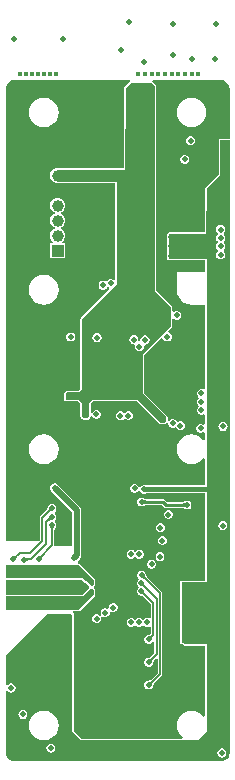
<source format=gbr>
%FSTAX26Y26*%
%MOMM*%
%SFA1B1*%

%IPPOS*%
%ADD39C,0.152400*%
%ADD40C,0.253999*%
%ADD44C,0.507999*%
%ADD45C,0.406399*%
%ADD47C,0.999998*%
%ADD48R,0.999998X0.999998*%
%ADD49C,0.399999*%
%ADD50C,0.499999*%
%ADD51C,0.507999*%
%ADD52C,1.523997*%
%LNpcb_copper_signal_2-1*%
%LPD*%
G36*
X05043881Y58068006D02*
X10818901D01*
X10853242Y57944766*
X10824768Y5793298*
X10342219Y57450431*
Y57450405*
X10342168Y5745038*
X10320731Y57398615*
X10301909Y57353225*
Y573532*
Y57353174*
X10299319Y50632639*
X04699*
X04654397Y50614173*
X0457426*
X04343806Y5051872*
X04167454Y50342342*
X04071975Y50111888*
Y4986246*
X04167454Y49632006*
X04343806Y49455628*
X0457426Y49360175*
X04654423*
X04699Y49341735*
X09565309*
Y431292*
Y41210839*
X09438309Y41158236*
X09408337Y41188208*
X0926978Y41245586*
X09119793*
X08981236Y41188208*
X08875166Y41082137*
X08865692Y41059227*
X08857284Y4105755*
X08722817Y41046196*
X0860938Y41093186*
X08459393*
X08320836Y41035808*
X08214766Y40929737*
X08157387Y4079118*
Y40641193*
X08214766Y40502636*
X08320836Y40396566*
X08459393Y40339187*
X0860938*
X08747937Y40396566*
X08854008Y40502636*
X08863482Y40525547*
X08871889Y40527224*
X09006357Y40538577*
X09036913Y40525928*
X09066707Y40376119*
X06659168Y3796858*
X06618909Y378714*
Y37871374*
Y36957*
Y31959321*
X06420053Y31760439*
X05461*
Y31760464*
X05363768Y31720205*
Y3172018*
X05262194Y3161858*
X05221909Y315214*
X05221935Y31521374*
Y310896*
X05221909*
X05262194Y30992368*
X05338368Y30916194*
X054356Y30875909*
Y30875935*
X06420053Y30875909*
X06618909Y30677053*
X06618935Y29591*
X06618909Y29590974*
X06659194Y29493768*
X06786168Y29366794*
Y29366768*
X068834Y29326509*
Y29326535*
X07239*
X0733618Y29366794*
X07336205*
X0746318Y29493768*
X07503439Y29590974*
X07620787Y29614952*
X07630439Y29616882*
X07655966Y29555236*
X07762036Y29449166*
X07900593Y29391787*
X0805058*
X08189137Y29449166*
X08295208Y29555236*
X08352586Y29693793*
Y2984378*
X08295208Y29982337*
X08189137Y30088408*
X0805058Y30145786*
X07900593*
X07762036Y30088408*
X07655966Y29982337*
X07630439Y29920717*
X07503439Y29945965*
X07503464Y30702453*
X07676921Y30875909*
X11398453*
X13313994Y28960368*
X134112Y28920109*
X13716*
X1381318Y28960368*
Y28960394*
X13958265Y29105453*
X13959332Y29105225*
X14075587Y29043172*
Y28931793*
X14132966Y28793236*
X14239036Y28687166*
X14377593Y28629787*
X1452758*
X14666137Y28687166*
X14762302Y28603727*
X14767966Y28590036*
X14874036Y28483966*
X15012593Y28426587*
X1516258*
X15301137Y28483966*
X15407208Y28590036*
X15464586Y28728593*
Y2887858*
X15407208Y29017137*
X15301137Y29123208*
X1516258Y29180586*
X15012593*
X14874036Y29123208*
X14777872Y29206647*
X14772208Y29220337*
X14666137Y29326408*
X1452758Y29383786*
X14377593*
X14239036Y29326408*
X14158239Y2924561*
X14040383Y29278783*
X14031239Y29284549*
Y29540174*
X14031264Y295402*
X13991005Y29637405*
X1399098*
X12024639Y31603746*
Y34766427*
X13475665Y36217453*
X13619886Y36182071*
X13650366Y36108436*
X13756436Y36002366*
X13894993Y35944987*
X1404498*
X14183537Y36002366*
X14289608Y36108436*
X14346986Y36246993*
Y3639698*
X14289608Y36535537*
X14183537Y36641608*
X14109903Y36672088*
X14074521Y36816309*
X1437198Y37113794*
X14412264Y37211*
X14412239*
Y3780856*
X14539239Y37861163*
X14569236Y37831166*
X14707793Y37773787*
X1485778*
X14996337Y37831166*
X15102408Y37937236*
X15159786Y38075793*
Y3822578*
X15102408Y38364337*
X14996337Y38470408*
X1485778Y38527786*
X14707793*
X14569236Y38470408*
X14539239Y3844041*
X14412239Y38493014*
Y38862*
X14412264*
X14372005Y38959205*
X1437198*
X13040639Y40290521*
X13040664Y57556374*
X13000405Y5765358*
X1300038*
X1272098Y5793298*
Y57933005*
X12701625Y57941006*
X12726898Y58068006*
X18528995*
Y58066609*
X18720409Y58041413*
X18898793Y57967524*
X19051981Y57849998*
X19169532Y57696785*
X19243421Y57518427*
X19268617Y57326987*
X19270014*
Y53121839*
X184658*
X18368594Y5308158*
X18328335Y529844*
Y50094921*
X17224451Y48991062*
X17204486Y48942828*
X17184217Y48895101*
X17150842Y45197039*
X14097*
X13999794Y4515678*
X13959535Y450596*
Y44906971*
X13948587Y4488058*
Y44730593*
X13959535Y44704203*
Y44119571*
X13948587Y4409318*
Y43943193*
X13959535Y43916803*
Y43306771*
X13948587Y4328038*
Y43130393*
X13959535Y43104003*
Y429514*
X13999794Y42854194*
X14097Y42813935*
X17159909*
Y424688*
Y41823335*
X14882164*
X14772335*
X14757374Y418084*
X14764156Y41801618*
Y41699713*
Y40326995*
X1480726Y39999615*
X14933625Y39694586*
X15134615Y39432636*
X15396565Y3923162*
X15701619Y39105255*
X16028974Y39062177*
X17159909*
Y31951549*
X17032909Y31885534*
X1694058Y31923786*
X16790593*
X16652036Y31866408*
X16545966Y31760337*
X16488587Y3162178*
Y31471793*
X16545966Y31333236*
X16605732Y3127347*
X16637939Y311912*
X16605732Y31108904*
X16545966Y31049137*
X16488587Y3091058*
Y30760593*
X16545966Y30622036*
X16605732Y3056227*
X16637939Y3048*
X16605732Y30397704*
X16545966Y30337937*
X16488587Y3019938*
Y30049393*
X16545966Y29910836*
X16652036Y29804766*
X16790593Y29747387*
X1694058*
X17032909Y2978564*
X17159909Y29719625*
Y28922192*
X17032909Y28869589*
X17007916Y28894608*
X16869359Y28951986*
X16719346*
X16580789Y28894608*
X16474744Y28788537*
X16417366Y2864998*
Y28499993*
X16474744Y28361436*
X16580789Y28255366*
X16719346Y28197987*
X16869359*
X17007916Y28255366*
X17032909Y28280385*
X17159909Y28227782*
Y27621687*
X17032909Y27578558*
X16923359Y27721356*
X16661409Y27922347*
X16356355Y28048712*
X16028974Y28091815*
X15701619Y28048712*
X15396565Y27922347*
X15134615Y27721356*
X14933625Y27459406*
X1480726Y27154352*
X14764156Y26826997*
X1480726Y26499616*
X14933625Y26194588*
X15134615Y25932638*
X15396565Y25731622*
X15701619Y25605257*
X16028974Y25562179*
X16356355Y25605257*
X16661409Y25731622*
X16923359Y25932638*
X17032909Y26075411*
X17159909Y26032307*
Y23755451*
X12186539*
X1208918Y23795786*
X11939193*
X11800636Y23738408*
X11694566Y23632337*
X11692305Y23626826*
X11554841*
X11521008Y23708537*
X11414937Y23814608*
X1127638Y23871986*
X11126393*
X10987836Y23814608*
X10881766Y23708537*
X10824387Y2356998*
Y23419993*
X10881766Y23281436*
X10987836Y23175366*
X11126393Y23117987*
X1127638*
X11414937Y23175366*
X11521008Y23281436*
X11523268Y23286948*
X11660733*
X11694566Y23205236*
X11800636Y23099166*
X11939193Y23041787*
X1208918*
X12186539Y23082123*
X17159909*
Y15682239*
X16323818*
X16317163Y15679496*
X16316579Y15679597*
X163068Y15677667*
X16296995Y15679597*
X16296411Y15679496*
X16289756Y15682239*
X151892*
X15091994Y1564198*
X15051735Y155448*
Y10459059*
X15054478Y10452455*
X15052395Y10445597*
X15074239Y10404703*
X15091994Y10361853*
X15098598Y1035911*
X15101976Y10352786*
X15152776Y10311104*
X15185085Y103013*
X15213177Y10282555*
X15333446Y10258628*
X15424048Y101981*
X15463367Y10190276*
X15500426Y10174935*
X17159909*
Y04221683*
X17032909Y04178553*
X16923359Y04321352*
X16661409Y04522368*
X16356355Y04648708*
X16028974Y04691811*
X15701619Y04648708*
X15396565Y04522368*
X15134615Y04321352*
X14933625Y04059402*
X1480726Y03754348*
X14764156Y03426993*
X1480726Y03099638*
X14933625Y02794584*
X15134615Y02532634*
X15276906Y02423439*
X15233777Y02296439*
X06762521*
X06081039Y02977946*
X06081064Y12813385*
X06040805Y12910591*
X05982462Y12968935*
X06026962Y13095935*
X06459778*
Y13095909*
X06556984Y13136168*
Y13136194*
X07655128Y14234337*
X07655737Y14234566*
X07761808Y14340636*
X07762036Y14341246*
X0784418Y1442339*
X07884464Y14520595*
X07884439*
Y14910409*
X07872704Y14938756*
X07871129Y14969439*
X07853349Y14985466*
X0784418Y15007615*
X07815808Y1501935*
X07793024Y15039924*
X07741335Y15058288*
Y15193086*
X07793024Y1521145*
X07815808Y15232024*
X0784418Y15243759*
X07853349Y15265882*
X07871129Y15281935*
X07872704Y15312618*
X07884439Y15340965*
X07884464Y15730778*
X07844205Y15827984*
X0784418*
X07762036Y15910128*
X07761808Y15910737*
X07655737Y16016808*
X07655128Y16017036*
X06531584Y1714058*
X06434378Y17180864*
X06395262Y17209693*
X06379387Y17361611*
X06573875Y17556099*
X06658076Y17682133*
X06687667Y178308*
Y216916*
X06658076Y2184024*
X06573875Y21966275*
X04719675Y23820475*
X04670806Y23853114*
X04658537Y23865408*
X0464251Y23872037*
X0459364Y23904676*
X04536008Y23916157*
X0451998Y23922786*
X04502632*
X04445Y23934267*
X04387342Y23922786*
X04369993*
X04353966Y23916157*
X04296333Y23904676*
X04247464Y23872037*
X04231436Y23865408*
X04219168Y23853114*
X04170298Y23820475*
X0413766Y23771606*
X04125366Y23759337*
X04118737Y2374331*
X04086098Y2369444*
X04074617Y23636808*
X04067987Y2362078*
Y23603432*
X04056507Y235458*
X04067987Y23488142*
Y23470793*
X04074617Y23454766*
X04086098Y23397133*
X04118737Y23348264*
X04125366Y23332236*
X0413766Y23319968*
X04170298Y23271099*
X05910707Y21530665*
Y186182*
X04474362*
X04423562Y18669*
Y19963028*
X04429912Y19976617*
X04430649Y19992873*
X04431969Y20002703*
X04434179Y20012482*
X04437405Y20022464*
X04441748Y20032827*
X04447489Y20043775*
X04454779Y20055408*
X04463796Y20067676*
X04474743Y20080605*
X04490466Y20096988*
X04499965Y20121219*
X04536008Y20157236*
X04593386Y20295793*
Y2044578*
X04536008Y20584337*
X04489627Y20630718*
X04443018Y207137*
X04489627Y20796656*
X04536008Y20843036*
X04593386Y20981593*
Y2113158*
X04536008Y21270137*
X04440326Y21365819*
X04434738Y214376*
X04440326Y21509355*
X04536008Y21605036*
X04593386Y21743593*
Y2189358*
X04536008Y22032137*
X04429937Y22138208*
X0429138Y22195586*
X04141393*
X04002836Y22138208*
X03896766Y22032137*
X03839387Y2189358*
Y21864294*
X03829939Y21846209*
X03827856Y21822587*
X03825189Y21804325*
X03821734Y21787815*
X03817645Y21773108*
X03812971Y21759951*
X03807815Y21748292*
X03802253Y21737955*
X03796258Y21728709*
X03789781Y21720352*
X03778758Y21708364*
X03773576Y21694165*
X03231692Y21152281*
X03186785Y21085073*
X03171012Y210058*
Y21005774*
Y19110401*
X03110585Y1905*
X00287959*
Y57326987*
X00289356*
X00314553Y57518427*
X00388442Y57696785*
X00505993Y57849998*
X0065918Y57967524*
X00837565Y58041413*
X01028979Y58066609*
Y58068006*
X01043889*
X01043914*
X05043881*
G37*
G36*
X129032Y57556374D02*
Y402336D01*
X142748Y38862*
Y37211*
X11887174Y34823374*
Y315468*
X138938Y295402*
Y292354*
X13716Y290576*
X134112*
X114554Y310134*
X0762*
X07366Y307594*
Y29591*
X07239Y29464*
X068834*
X067564Y29590974*
Y30734*
X06477Y310134*
X054356*
X053594Y310896*
Y315214*
X05461Y31623*
X06477*
X067564Y31902374*
Y36957*
Y378714*
X09702774Y40817774*
Y431292*
X097028Y494792*
X04699*
Y504952*
X10436733*
X104394Y573532*
X10922Y57835774*
X12623774Y578358*
X129032Y57556374*
G37*
G36*
X04195927Y21569426D02*
X04169435Y21570721D01*
X0414401Y21570188*
X04119651Y21567775*
X0409641Y21563558*
X04074236Y21557488*
X04053128Y21549563*
X04033139Y21539784*
X0401419Y21528176*
X03996359Y21514739*
X03979595Y21499423*
X03879977Y21615349*
X03894937Y21631605*
X03908475Y21649105*
X03920642Y21667851*
X03931412Y21687866*
X03940784Y217091*
X03948785Y21731605*
X03955389Y21755354*
X03960596Y21780347*
X03964432Y2180656*
X0396687Y21834068*
X04195927Y21569426*
G37*
G36*
X04177995Y20809559D02*
X04152239Y20812607D01*
X04127449Y20813598*
X04103624Y20812556*
X04080789Y20809432*
X04058945Y20804251*
X04038066Y20797037*
X04018178Y20787766*
X03999255Y20776412*
X03981297Y20763026*
X0396433Y20747583*
X03873042Y20871815*
X03887749Y2088774*
X03901338Y20904987*
X03913759Y20923554*
X03925036Y20943417*
X03935171Y20964575*
X03944162Y20987054*
X03951986Y21010854*
X03958691Y21035949*
X03964228Y2106234*
X03968648Y21090026*
X04177995Y20809559*
G37*
G36*
X0437261Y2017273D02*
X0435582Y20152868D01*
X04340987Y20132725*
X0432816Y20112228*
X04317288Y20091425*
X04308398Y20070318*
X0430149Y2004888*
X04296537Y20027138*
X04293565Y20005065*
X042926Y19982688*
X041402*
X04139209Y20005065*
X04136237Y20027138*
X0413131Y2004888*
X04124375Y20070318*
X04115485Y20091425*
X04104614Y20112228*
X04091787Y20132725*
X04076954Y20152868*
X04060164Y2017273*
X04041394Y20192238*
X0439138*
X0437261Y2017273*
G37*
G36*
X03403447Y17748275D02*
X03388233Y17731638D01*
X03374745Y17713858*
X03362985Y1769496*
X03352952Y1767492*
X03344646Y17653736*
X03338068Y17631435*
X03333191Y17608016*
X03330041Y17583429*
X03328644Y17557724*
X03328949Y17530876*
X03073476Y17770144*
X03100781Y17771516*
X03126867Y17774437*
X03151733Y17778857*
X03175381Y177848*
X03197834Y17792268*
X03219069Y17801259*
X03239109Y1781175*
X03257956Y17823764*
X03275558Y17837277*
X03291967Y17852339*
X03403447Y17748275*
G37*
G36*
X01270101Y17719116D02*
X01254988Y17702606D01*
X01241475Y17684902*
X01229588Y1766603*
X01219301Y17645989*
X01210665Y17624755*
X01203655Y17602377*
X01198245Y17578806*
X0119446Y17554067*
X01192301Y17528159*
X01191768Y17501082*
X00944295Y17748554*
X00971372Y17749113*
X0099728Y17751247*
X01022019Y17755031*
X0104559Y17760442*
X01067968Y17767452*
X01089202Y17776113*
X01109243Y17786375*
X01128115Y17798262*
X01145819Y17811775*
X01162329Y17826888*
X01270101Y17719116*
G37*
G36*
X02054529Y17656632D02*
X02100173Y17629454D01*
X02122754Y17618405*
X02145157Y17609058*
X02167407Y17601438*
X0218948Y17595469*
X02211374Y17591227*
X02233117Y17588687*
X02254707Y17587849*
X02281021Y17435449*
X0225806Y17434356*
X02235885Y17431105*
X02214549Y17425695*
X02194026Y17418151*
X02174316Y17408423*
X02155444Y17396536*
X02137359Y1738249*
X02120138Y17366284*
X02103704Y17347895*
X02088108Y17327372*
X02031466Y17672761*
X02054529Y17656632*
G37*
G36*
X19270014Y01126998D02*
X19268617D01*
X19243421Y00935558*
X19169532Y00757174*
X19051981Y00603986*
X18898793Y00486435*
X18720409Y00412546*
X18528995Y0038735*
Y00385978*
X01028979*
Y0038735*
X00837565Y00412546*
X0065918Y00486435*
X00505993Y00603986*
X00388442Y00757174*
X00314553Y00935558*
X00289356Y01126998*
X00287959*
Y0635889*
X00309295Y06374511*
X00481965Y06344462*
X00490194Y06332194*
X00614883Y06248857*
X00762Y06219596*
X00909091Y06248857*
X0103378Y06332194*
X01117117Y06456883*
X01146378Y06604*
X01117117Y06751091*
X0103378Y0687578*
X00909091Y06959117*
X00762Y06988378*
X00614883Y06959117*
X00490194Y0687578*
X00481965Y06863511*
X00309295Y06833463*
X00287959Y0684911*
Y09355759*
X03835374Y12903174*
X05853785Y129032*
X059436Y12813385*
X05943574Y02921*
X067056Y02159*
X16560774*
X172974Y028956*
Y103124*
X15500426*
X15387091Y10388117*
X1524Y10417378*
X151892Y10459059*
Y155448*
X16289756*
X163068Y15541396*
X16323818Y155448*
X172974*
X17297374Y419608*
X172974Y424688*
Y429514*
X14097*
Y450596*
X17287062*
X17321657Y48893857*
X184658Y50038*
Y529844*
X19270014*
Y01126998*
G37*
G36*
X06434378Y17043374D02*
X07747Y15730778D01*
X07746974Y15340965*
X0757113Y15278455*
X07451953Y15290647*
X07430058Y15331236*
X0741238Y15373883*
X07405547Y15376728*
X07402017Y15383256*
X06792417Y15879953*
X06748195Y15893186*
X067056Y15910839*
X00287959*
Y170434*
X06434378Y17043374*
G37*
G36*
X073152Y15276677D02*
Y14975255D01*
X06731Y145034*
X00287959*
Y157734*
X067056*
X073152Y15276677*
G37*
G36*
X07747Y14910409D02*
Y14520595D01*
X06459778Y132334*
X00287959Y13233349*
Y14365935*
X06731*
X06773367Y14383486*
X0681736Y1439644*
X0740156Y14868296*
X07405268Y14875078*
X0741238Y1487805*
X07429931Y14920417*
X07451877Y14960701*
X07571181Y14972893*
X07747Y14910409*
G37*
%LNpcb_copper_signal_2-2*%
%LPC*%
G36*
X16028974Y56591809D02*
X15701619Y56548705D01*
X15396565Y56422366*
X15134615Y5622135*
X14933625Y559594*
X1480726Y55654346*
X14764156Y55326991*
X1480726Y54999636*
X14933625Y54694582*
X15134615Y54432606*
X15396565Y54231616*
X15701619Y54105276*
X16028974Y54062172*
X16356355Y54105276*
X16661409Y54231616*
X16923359Y54432606*
X17124349Y54694582*
X17250714Y54999636*
X17293818Y55326991*
X17250714Y55654346*
X17124349Y559594*
X16923359Y5622135*
X16661409Y56422366*
X16356355Y56548705*
X16028974Y56591809*
G37*
G36*
X03528999D02*
X03201619Y56548705D01*
X02896565Y56422366*
X02634615Y5622135*
X02433624Y559594*
X02307259Y55654346*
X02264156Y55326991*
X02307259Y54999636*
X02433624Y54694582*
X02634615Y54432606*
X02896565Y54231616*
X03201619Y54105276*
X03528999Y54062172*
X03856355Y54105276*
X04161409Y54231616*
X04423359Y54432606*
X04624349Y54694582*
X04750714Y54999636*
X04793818Y55326991*
X04750714Y55654346*
X04624349Y559594*
X04423359Y5622135*
X04161409Y56422366*
X03856355Y56548705*
X03528999Y56591809*
G37*
G36*
X1602618Y53310586D02*
X15876193D01*
X15737636Y53253208*
X15631566Y53147137*
X15574187Y5300858*
Y52858593*
X15631566Y52720036*
X15737636Y52613966*
X15876193Y52556587*
X1602618*
X16164737Y52613966*
X16270808Y52720036*
X16328186Y52858593*
Y5300858*
X16270808Y53147137*
X16164737Y53253208*
X1602618Y53310586*
G37*
G36*
X1554358Y51735786D02*
X15393593D01*
X15255036Y51678408*
X15148966Y51572337*
X15091587Y5143378*
Y51283793*
X15148966Y51145236*
X15255036Y51039166*
X15393593Y50981787*
X1554358*
X15682137Y51039166*
X15788208Y51145236*
X15845586Y51283793*
Y5143378*
X15788208Y51572337*
X15682137Y51678408*
X1554358Y51735786*
G37*
G36*
X04823714Y48074199D02*
X0457426D01*
X04343806Y4797872*
X04167454Y47802342*
X04071975Y47571914*
Y4732246*
X04167454Y47092006*
X04343806Y46915628*
X04427651Y46880907*
Y46743467*
X04343806Y4670872*
X04167454Y46532368*
X04071975Y46301914*
Y4605246*
X04167454Y45822006*
X04343806Y45645654*
X04427651Y45610907*
Y45473467*
X04343806Y4543872*
X04167454Y45262342*
X04071975Y45031914*
Y4478246*
X04167454Y44552006*
X04328287Y44391199*
X04315587Y44317869*
X04289348Y44264199*
X04071975*
Y43010175*
X05325999*
Y44264199*
X05108625*
X05082387Y44317869*
X05069687Y44391199*
X0523052Y44552006*
X05325999Y4478246*
Y45031914*
X0523052Y45262342*
X05054168Y4543872*
X04970322Y45473467*
Y45610907*
X05054168Y45645654*
X0523052Y45822006*
X05325999Y4605246*
Y46301914*
X0523052Y46532368*
X05054168Y4670872*
X04970322Y46743467*
Y46880907*
X05054168Y46915628*
X0523052Y47092006*
X05325999Y4732246*
Y47571914*
X0523052Y47802342*
X05054168Y4797872*
X04823714Y48074199*
G37*
G36*
X03528999Y41591814D02*
X03201619Y4154871D01*
X02896565Y41422345*
X02634615Y41221355*
X02433624Y40959405*
X02307259Y40654351*
X02264156Y40326995*
X02307259Y39999615*
X02433624Y39694586*
X02634615Y39432636*
X02896565Y3923162*
X03201619Y39105255*
X03528999Y39062177*
X03856355Y39105255*
X04161409Y3923162*
X04423359Y39432636*
X04624349Y39694586*
X04750714Y39999615*
X04793818Y40326995*
X04750714Y40654351*
X04624349Y40959405*
X04423359Y41221355*
X04161409Y41422345*
X03856355Y4154871*
X03528999Y41591814*
G37*
G36*
X0589158Y36698986D02*
X05741593D01*
X05603036Y36641608*
X05496966Y36535537*
X05439587Y3639698*
Y36246993*
X05496966Y36108436*
X05603036Y36002366*
X05741593Y35944987*
X0589158*
X06030137Y36002366*
X06136208Y36108436*
X06193586Y36246993*
Y3639698*
X06136208Y36535537*
X06030137Y36641608*
X0589158Y36698986*
G37*
G36*
X10762589Y30038395D02*
X10612602D01*
X10474045Y29981017*
X10420756Y29927727*
X10358348Y29879442*
X10254818Y29927727*
X10221137Y29961408*
X1008258Y30018786*
X09932593*
X09794036Y29961408*
X09687966Y29855337*
X09630587Y2971678*
Y29566793*
X09687966Y29428236*
X09794036Y29322166*
X09932593Y29264787*
X1008258*
X10221137Y29322166*
X10274427Y29375481*
X10336834Y29423741*
X10440365Y29375481*
X10474045Y293418*
X10612602Y29284396*
X10762589*
X10901146Y293418*
X11007217Y29447845*
X11064595Y29586402*
Y29736389*
X11007217Y29874946*
X10901146Y29981017*
X10762589Y30038395*
G37*
G36*
X03528999Y28091815D02*
X03201619Y28048712D01*
X02896565Y27922347*
X02634615Y27721356*
X02433624Y27459406*
X02307259Y27154352*
X02264156Y26826997*
X02307259Y26499616*
X02433624Y26194588*
X02634615Y25932638*
X02896565Y25731622*
X03201619Y25605257*
X03528999Y25562179*
X03856355Y25605257*
X04161409Y25731622*
X04423359Y25932638*
X04624349Y26194588*
X04750714Y26499616*
X04793818Y26826997*
X04750714Y27154352*
X04624349Y27459406*
X04423359Y27721356*
X04161409Y27922347*
X03856355Y28048712*
X03528999Y28091815*
G37*
G36*
X1188598Y22728986D02*
X11735993D01*
X11597436Y22671608*
X11491366Y22565537*
X11433987Y2242698*
Y22276993*
X11491366Y22138436*
X11597436Y22032366*
X11735993Y21974987*
X1188598*
X12024537Y22032366*
X12058548Y22066402*
X1207201Y22070999*
X12076328Y22071888*
X12078208Y22073158*
X12080494Y2207392*
X12082983Y22076105*
X12086793Y22077629*
X12094184Y22079813*
X12104827Y2208215*
X12116892Y22084055*
X12155982Y22087128*
X12178766Y22087535*
X12191339Y22092996*
X1349441*
X13672566Y21914866*
X13756589Y21858732*
X138557Y21838996*
X15264206*
X15275991Y21833611*
X15323667Y21831858*
X15338882Y21830309*
X15352547Y2182815*
X15363215Y21825813*
X15370606Y21823603*
X15374391Y21822105*
X1537688Y2181992*
X15379166Y21819158*
X15381046Y21817888*
X15385364Y21816999*
X15398826Y21812402*
X15432836Y21778366*
X15571393Y21720987*
X1572138*
X15859937Y21778366*
X15966008Y21884436*
X16023386Y22022993*
Y2217298*
X15966008Y22311537*
X15859937Y22417608*
X1572138Y22474986*
X15571393*
X15432836Y22417608*
X15398826Y22383572*
X15385364Y22378974*
X15381046Y22378085*
X15379166Y22376815*
X1537688Y22376053*
X15374391Y22373869*
X15370581Y22372345*
X1536319Y22370161*
X15352547Y22367824*
X15340482Y22365919*
X15301391Y22362845*
X15278608Y22362439*
X15266035Y22356978*
X13962964*
X13784808Y22535108*
X13700785Y22591242*
X136017Y22610978*
X12193168*
X12181382Y22616363*
X12133707Y22618115*
X12118492Y22619665*
X12104827Y22621824*
X12094159Y22624161*
X12086767Y2262637*
X12082983Y22627869*
X12080494Y22630053*
X12078208Y22630815*
X12076328Y22632085*
X1207201Y22632974*
X12058548Y22637572*
X12024537Y22671608*
X1188598Y22728986*
G37*
G36*
X1414658Y21662186D02*
X13996593D01*
X13858036Y21604808*
X13751966Y21498737*
X13694587Y2136018*
Y21210193*
X13751966Y21071636*
X13858036Y20965566*
X13996593Y20908187*
X1414658*
X14285137Y20965566*
X14391208Y21071636*
X14448586Y21210193*
Y2136018*
X14391208Y21498737*
X14285137Y21604808*
X1414658Y21662186*
G37*
G36*
X1346078Y20544586D02*
X13310793D01*
X13172236Y20487208*
X13066166Y20381137*
X13008787Y2024258*
Y20092593*
X13066166Y19954036*
X13172236Y19847966*
X13310793Y19790587*
X1346078*
X13599337Y19847966*
X13705408Y19954036*
X13762786Y20092593*
Y2024258*
X13705408Y20381137*
X13599337Y20487208*
X1346078Y20544586*
G37*
G36*
X1363858Y19452386D02*
X13488593D01*
X13350036Y19395008*
X13243966Y19288937*
X13186587Y1915038*
Y19000393*
X13243966Y18861836*
X13350036Y18755766*
X13488593Y18698387*
X1363858*
X13777137Y18755766*
X13883208Y18861836*
X13940586Y19000393*
Y1915038*
X13883208Y19288937*
X13777137Y19395008*
X1363858Y19452386*
G37*
G36*
X1168278Y18309386D02*
X11532793D01*
X11394236Y18252008*
X11347856Y18205627*
X112649Y18159018*
X11181918Y18205627*
X11135537Y18252008*
X1099698Y18309386*
X10846993*
X10708436Y18252008*
X10602366Y18145937*
X10544987Y1800738*
Y17857393*
X10602366Y17718836*
X10708436Y17612766*
X10846993Y17555387*
X1099698*
X11135537Y17612766*
X11181918Y17659146*
X112649Y17705755*
X11347856Y17659146*
X11394236Y17612766*
X11532793Y17555387*
X1168278*
X11821337Y17612766*
X11927408Y17718836*
X11984786Y17857393*
Y1800738*
X11927408Y18145937*
X11821337Y18252008*
X1168278Y18309386*
G37*
G36*
X1343538Y18080786D02*
X13285393D01*
X13146836Y18023408*
X13040766Y17917337*
X12983387Y1777878*
Y17628793*
X13040766Y17490236*
X13146836Y17384166*
X13285393Y17326787*
X1343538*
X13573937Y17384166*
X13680008Y17490236*
X13737386Y17628793*
Y1777878*
X13680008Y17917337*
X13573937Y18023408*
X1343538Y18080786*
G37*
G36*
X1272418Y17471186D02*
X12574193D01*
X12435636Y17413808*
X12329566Y17307737*
X12272187Y1716918*
Y17019193*
X12329566Y16880636*
X12435636Y16774566*
X12574193Y16717187*
X1272418*
X12862737Y16774566*
X12968808Y16880636*
X13026186Y17019193*
Y1716918*
X12968808Y17307737*
X12862737Y17413808*
X1272418Y17471186*
G37*
G36*
X0947298Y13788186D02*
X09322993D01*
X09184436Y13730808*
X09078366Y13624737*
X09020987Y1348618*
Y13383336*
X08981008Y13347928*
X08911056Y13309904*
X08903665Y13308126*
X0878718Y13356386*
X08637193*
X08498636Y13299008*
X08392566Y13192937*
X08335187Y1305438*
Y12904393*
X08372576Y12814173*
X08373668Y12811455*
X08266023Y12739522*
X08265591Y12739928*
X08214537Y12791008*
X0807598Y12848386*
X07925993*
X07787436Y12791008*
X07681366Y12684937*
X07623987Y1254638*
Y12396393*
X07681366Y12257836*
X07787436Y12151766*
X07925993Y12094387*
X0807598*
X08214537Y12151766*
X08320608Y12257836*
X08377986Y12396393*
Y1254638*
X08340597Y12636601*
X08339505Y12639319*
X08447151Y12711252*
X08447582Y12710845*
X08498636Y12659766*
X08637193Y12602387*
X0878718*
X08925737Y12659766*
X09031808Y12765836*
X09089186Y12904393*
Y13007238*
X09129166Y13042646*
X09199118Y13080669*
X09206509Y13082447*
X09322993Y13034187*
X0947298*
X09611537Y13091566*
X09717608Y13197636*
X09774986Y13336193*
Y1348618*
X09717608Y13624737*
X09611537Y13730808*
X0947298Y13788186*
G37*
G36*
X1188598Y16531386D02*
X11735993D01*
X11597436Y16474008*
X11491366Y16367937*
X11433987Y1622938*
Y16079393*
X11491366Y15940836*
X11525732Y1590647*
X11568455Y15797326*
X11525046Y15741218*
X11465966Y15682137*
X11408587Y1554358*
Y15393593*
X11465966Y15255036*
X11512346Y15208656*
X11558955Y151257*
X11512346Y15042718*
X11465966Y14996337*
X11408587Y1485778*
Y14707793*
X11465966Y14569236*
X11572036Y14463166*
X11710593Y14405787*
X11761546*
X11785371Y14395348*
X11808104Y14394916*
X11824995Y14393519*
X11840032Y14391208*
X11853418Y14388134*
X11865178Y14384451*
X11875617Y1438021*
X11884939Y14375434*
X11893423Y14370075*
X11901322Y14364055*
X11913311Y14353082*
X11927408Y14347952*
X12569012Y13706373*
Y12553137*
X12507264Y12516459*
X12442012Y12492126*
X1231778Y12543586*
X12167793*
X12029236Y12486208*
X11995556Y12452527*
X119126Y12388342*
X11829618Y12452527*
X11795937Y12486208*
X1165738Y12543586*
X11507393*
X11368836Y12486208*
X11335156Y12452527*
X112522Y12388342*
X11169218Y12452527*
X11135537Y12486208*
X1099698Y12543586*
X10846993*
X10708436Y12486208*
X10602366Y12380137*
X10544987Y1224158*
Y12091593*
X10602366Y11953036*
X10708436Y11846966*
X10846993Y11789587*
X1099698*
X11135537Y11846966*
X11169218Y11880646*
X112522Y11944832*
X11335156Y11880646*
X11368836Y11846966*
X11507393Y11789587*
X1165738*
X11795937Y11846966*
X11829618Y11880646*
X119126Y11944832*
X11995556Y11880646*
X12029236Y11846966*
X12167793Y11789587*
X1231778*
X12442012Y11841048*
X12507264Y11816715*
X12569012Y11780037*
Y11160201*
X12562408Y11153622*
X12548311Y11148491*
X12536322Y11137519*
X12528423Y11131499*
X12519939Y11126139*
X12510617Y11121364*
X12500178Y11117122*
X12488418Y11113439*
X12475032Y11110366*
X12459995Y11108055*
X12443104Y11106658*
X12420371Y11106226*
X12396546Y11095786*
X12345593*
X12207036Y11038408*
X12100966Y10932337*
X12043587Y1079378*
Y10643793*
X12100966Y10505236*
X12207036Y10399166*
X12345593Y10341787*
X1249558*
X12634137Y10399166*
X12740208Y10505236*
X12746812Y10521188*
X12873812Y1049594*
Y09534601*
X12562408Y09223222*
X12548311Y09218091*
X12536322Y09207119*
X12528423Y09201099*
X12519939Y09195739*
X12510617Y09190964*
X12500178Y09186722*
X12488418Y09183039*
X12475032Y09179966*
X12459995Y09177655*
X12443104Y09176258*
X12420371Y09175826*
X12396546Y09165386*
X12345593*
X12207036Y09108008*
X12100966Y09001937*
X12043587Y0886338*
Y08713393*
X12100966Y08574836*
X12207036Y08468766*
X12345593Y08411387*
X1249558*
X12634137Y08468766*
X12740208Y08574836*
X12797586Y08713393*
Y08764346*
X12808026Y08788171*
X12808458Y08810904*
X12809855Y08827795*
X12812166Y08842832*
X12815239Y08856218*
X12818922Y08867978*
X1282319Y08878417*
X12827939Y08887739*
X12833299Y08896223*
X12839319Y08904122*
X12850291Y08916111*
X12855422Y08930208*
X13035889Y09110675*
X13153212Y09062085*
Y07883601*
X12562408Y07292822*
X12548311Y07287691*
X12536322Y07276719*
X12528423Y07270699*
X12519939Y07265339*
X12510617Y07260564*
X12500178Y07256322*
X12488418Y07252639*
X12475032Y07249566*
X12459995Y07247255*
X12443104Y07245858*
X12420371Y07245426*
X12396546Y07234986*
X12345593*
X12207036Y07177608*
X12100966Y07071537*
X12043587Y0693298*
Y06782993*
X12100966Y06644436*
X12207036Y06538366*
X12345593Y06480987*
X1249558*
X12634137Y06538366*
X12740208Y06644436*
X12797586Y06782993*
Y06833946*
X12808026Y06857771*
X12808458Y06880504*
X12809855Y06897395*
X12812166Y06912432*
X12815239Y06925818*
X12818922Y06937578*
X1282319Y06948017*
X12827939Y06957339*
X12833299Y06965823*
X12839319Y06973722*
X12850291Y06985711*
X12855422Y06999808*
X13506881Y07651292*
X13551789Y07718501*
X13567562Y077978*
Y14605*
X13551789Y14684273*
X13506881Y14751481*
X12245822Y16012566*
X12240691Y16026663*
X12229719Y16038652*
X12223699Y16046551*
X12218339Y16055035*
X12213564Y16064357*
X12209322Y16074796*
X12205639Y16086556*
X12202566Y16099942*
X12200255Y16114979*
X12198858Y1613187*
X12198426Y16154603*
X12187986Y16178428*
Y1622938*
X12130608Y16367937*
X12024537Y16474008*
X1188598Y16531386*
G37*
%LNpcb_copper_signal_2-3*%
%LPD*%
G36*
X11999849Y22517862D02*
X12012041Y22509708D01*
X12026087Y22502495*
X12041987Y22496272*
X12059742Y22490988*
X12079351Y2248667*
X12100814Y22483318*
X12124131Y22480905*
X12176328Y22479*
Y22225*
X12149302Y22224517*
X12100814Y22220656*
X12079351Y22217303*
X12059742Y22212985*
X12041987Y22207702*
X12026087Y22201479*
X12012041Y22194266*
X11999849Y22186112*
X11989536Y22176994*
Y2252698*
X11999849Y22517862*
G37*
G36*
X15467838Y21922994D02*
X15457525Y21932112D01*
X15445333Y21940266*
X15431287Y21947479*
X15415387Y21953702*
X15397632Y21958985*
X15378023Y21963303*
X1535656Y21966656*
X15333243Y21969069*
X15281046Y21971*
Y22225*
X15308072Y22225457*
X1535656Y22229318*
X15378023Y2223267*
X15397632Y22236988*
X15415387Y22242272*
X15431287Y22248495*
X15445333Y22255708*
X15457525Y22263862*
X15467838Y2227298*
Y21922994*
G37*
G36*
X12061494Y16124809D02*
X12063679Y16098901D01*
X12067438Y16074161*
X12072848Y1605059*
X12079859Y16028212*
X12088495Y16006978*
X12098756Y15986937*
X12110669Y15968065*
X12124156Y15950361*
X12139295Y15933826*
X12031548Y15826079*
X12015012Y15841218*
X11997309Y15854705*
X11978436Y15866618*
X11958396Y15876879*
X11937161Y15885515*
X11914784Y15892526*
X11891213Y15897936*
X11866473Y15901695*
X11840565Y15903879*
X11813489Y15904387*
X12060986Y16151885*
X12061494Y16124809*
G37*
G36*
X12036094Y15439009D02*
X12038279Y15413101D01*
X12042038Y15388361*
X12047448Y1536479*
X12054459Y15342412*
X12063095Y15321178*
X12073356Y15301137*
X12085269Y15282265*
X12098756Y15264561*
X12113895Y15248026*
X12006148Y15140279*
X11989612Y15155418*
X11971909Y15168905*
X11953036Y15180818*
X11932996Y15191079*
X11911761Y15199715*
X11889384Y15206726*
X11865813Y15212136*
X11841073Y15215895*
X11815165Y15218079*
X11788089Y15218587*
X12035586Y15466085*
X12036094Y15439009*
G37*
G36*
Y14753209D02*
X12038279Y14727301D01*
X12042038Y14702561*
X12047448Y1467899*
X12054459Y14656612*
X12063095Y14635378*
X12073356Y14615337*
X12085269Y14596465*
X12098756Y14578761*
X12113895Y14562226*
X12006148Y14454479*
X11989612Y14469618*
X11971909Y14483105*
X11953036Y14495018*
X11932996Y14505279*
X11911761Y14513915*
X11889384Y14520926*
X11865813Y14526336*
X11841073Y14530095*
X11815165Y14532279*
X11788089Y14532787*
X12035586Y14780285*
X12036094Y14753209*
G37*
G36*
X12748895Y10939348D02*
X12733756Y10922812D01*
X12720269Y10905109*
X12708356Y10886236*
X12698095Y10866196*
X12689459Y10844961*
X12682448Y10822584*
X12677038Y10799013*
X12673279Y10774273*
X12671094Y10748365*
X12670586Y10721289*
X12423089Y10968786*
X12450165Y10969294*
X12476073Y10971479*
X12500813Y10975238*
X12524384Y10980648*
X12546761Y10987659*
X12567996Y10996295*
X12588036Y11006556*
X12606909Y11018469*
X12624612Y11031956*
X12641148Y11047095*
X12748895Y10939348*
G37*
G36*
Y09008948D02*
X12733756Y08992412D01*
X12720269Y08974709*
X12708356Y08955836*
X12698095Y08935796*
X12689459Y08914561*
X12682448Y08892184*
X12677038Y08868613*
X12673279Y08843873*
X12671094Y08817965*
X12670586Y08790889*
X12423089Y09038386*
X12450165Y09038894*
X12476073Y09041079*
X12500813Y09044838*
X12524384Y09050248*
X12546761Y09057259*
X12567996Y09065895*
X12588036Y09076156*
X12606909Y09088069*
X12624612Y09101556*
X12641148Y09116695*
X12748895Y09008948*
G37*
G36*
Y07078548D02*
X12733756Y07062012D01*
X12720269Y07044309*
X12708356Y07025436*
X12698095Y07005396*
X12689459Y06984161*
X12682448Y06961784*
X12677038Y06938213*
X12673279Y06913473*
X12671094Y06887565*
X12670586Y06860489*
X12423089Y07107986*
X12450165Y07108494*
X12476073Y07110679*
X12500813Y07114438*
X12524384Y07119848*
X12546761Y07126859*
X12567996Y07135495*
X12588036Y07145756*
X12606909Y07157669*
X12624612Y07171156*
X12641148Y07186295*
X12748895Y07078548*
G37*
%LNpcb_copper_signal_2-4*%
%LPC*%
G36*
X080264Y36655578D02*
X07879283Y36626317D01*
X07754594Y3654298*
X07671257Y36418291*
X07641996Y362712*
X07671257Y36124083*
X07754594Y35999394*
X07879283Y35916057*
X080264Y35886796*
X08173491Y35916057*
X0829818Y35999394*
X08381517Y36124083*
X08410778Y362712*
X08381517Y36418291*
X0829818Y3654298*
X08173491Y36626317*
X080264Y36655578*
G37*
G36*
X111506Y36477778D02*
X11003483Y36448517D01*
X10878794Y3636518*
X10795457Y36240491*
X10766196Y360934*
X10795457Y35946283*
X10878794Y35821594*
X11003483Y35738257*
X11143792Y35710368*
X11153343Y35705618*
X11240973Y3559749*
X11223396Y355092*
X11252657Y35362083*
X11335994Y35237394*
X11460683Y35154057*
X116078Y35124796*
X11754891Y35154057*
X1187958Y35237394*
X11962917Y35362083*
X11992178Y355092*
X11978817Y35576306*
X12085066Y35684663*
X120904Y35683596*
X12237491Y35712857*
X1236218Y35796194*
X12445517Y35920883*
X12474778Y36068*
X12445517Y36215091*
X1236218Y3633978*
X12237491Y36423117*
X120904Y36452378*
X11943283Y36423117*
X11818594Y3633978*
X11735257Y36215091*
X11705996Y36068*
X11620601Y36006455*
X11534978Y360934*
X11505717Y36240491*
X1142238Y3636518*
X11297691Y36448517*
X111506Y36477778*
G37*
G36*
X184912Y45799578D02*
X18344083Y45770317D01*
X18219394Y4568698*
X18136057Y45562291*
X18106796Y454152*
X18136057Y45268083*
X18219394Y45143394*
X18230494Y45135952*
Y44983222*
X18219394Y4497578*
X18136057Y44851091*
X18106796Y44704*
X18136057Y44556883*
X18219394Y44432194*
X18230494Y44424752*
Y44272022*
X18219394Y4426458*
X18136057Y44139891*
X18106796Y439928*
X18136057Y43845683*
X18219394Y43720994*
X18230494Y43713552*
Y43560822*
X18219394Y4355338*
X18136057Y43428691*
X18106796Y432816*
X18136057Y43134483*
X18219394Y43009794*
X18344083Y42926457*
X184912Y42897196*
X18638291Y42926457*
X1876298Y43009794*
X18846317Y43134483*
X18875578Y432816*
X18846317Y43428691*
X1876298Y4355338*
X1875188Y43560822*
Y43713552*
X1876298Y43720994*
X18846317Y43845683*
X18875578Y439928*
X18846317Y44139891*
X1876298Y4426458*
X1875188Y44272022*
Y44424752*
X1876298Y44432194*
X18846317Y44556883*
X18875578Y44704*
X18846317Y44851091*
X1876298Y4497578*
X1875188Y44983222*
Y45135952*
X1876298Y45143394*
X18846317Y45268083*
X18875578Y454152*
X18846317Y45562291*
X1876298Y4568698*
X18638291Y45770317*
X184912Y45799578*
G37*
G36*
X186944Y29137178D02*
X18547283Y29107917D01*
X18422594Y2902458*
X18339257Y28899891*
X18309996Y287528*
X18339257Y28605683*
X18422594Y28480994*
X18547283Y28397657*
X186944Y28368396*
X18841491Y28397657*
X1896618Y28480994*
X19049517Y28605683*
X19078778Y287528*
X19049517Y28899891*
X1896618Y2902458*
X18841491Y29107917*
X186944Y29137178*
G37*
G36*
X18669Y20729778D02*
X18521883Y20700517D01*
X18397194Y2061718*
X18313857Y20492491*
X18284596Y203454*
X18313857Y20198283*
X18397194Y20073594*
X18521883Y19990257*
X18669Y19960996*
X18816091Y19990257*
X1894078Y20073594*
X19024117Y20198283*
X19053378Y203454*
X19024117Y20492491*
X1894078Y2061718*
X18816091Y20700517*
X18669Y20729778*
G37*
G36*
X01756613Y04758715D02*
X01609496Y0472948D01*
X01484807Y04646142*
X01401495Y04521428*
X01372209Y04374337*
X01401495Y04227245*
X01484807Y04102531*
X01609496Y04019219*
X01756613Y03989959*
X01903704Y04019219*
X02028418Y04102531*
X0211173Y04227245*
X02140991Y04374337*
X0211173Y04521428*
X02028418Y04646142*
X01903704Y0472948*
X01756613Y04758715*
G37*
G36*
X03528999Y04691811D02*
X03201619Y04648708D01*
X02896565Y04522368*
X02634615Y04321352*
X02433624Y04059402*
X02307259Y03754348*
X02264156Y03426993*
X02307259Y03099638*
X02433624Y02794584*
X02634615Y02532634*
X02896565Y02331618*
X03201619Y02205278*
X03528999Y02162175*
X03856355Y02205278*
X04161409Y02331618*
X04423359Y02532634*
X04624349Y02794584*
X04750714Y03099638*
X04793818Y03426993*
X04750714Y03754348*
X04624349Y04059402*
X04423359Y04321352*
X04161409Y04522368*
X03856355Y04648708*
X03528999Y04691811*
G37*
G36*
X04112361Y01888236D02*
X0396527Y01858975D01*
X03840556Y01775637*
X03757244Y01650949*
X03727983Y01503857*
X03757244Y01356741*
X03840556Y01232027*
X0396527Y01148715*
X04112361Y01119454*
X04259478Y01148715*
X04384167Y01232027*
X04467479Y01356741*
X04496739Y01503857*
X04467479Y01650949*
X04384167Y01775637*
X04259478Y01858975*
X04112361Y01888236*
G37*
G36*
X185928Y01480667D02*
X18444133Y01451076D01*
X18318099Y01366875*
X18233898Y0124084*
X18204307Y010922*
X18233898Y00943533*
X18318099Y00817499*
X18444133Y00733298*
X185928Y00703707*
X1874144Y00733298*
X18867475Y00817499*
X18951676Y00943533*
X18981267Y010922*
X18951676Y0124084*
X18867475Y01366875*
X1874144Y01451076*
X185928Y01480667*
G37*
%LNpcb_copper_signal_2-5*%
%LPD*%
G54D39*
X02424049Y17511649D02*
X037338Y188214D01*
Y206248*
X04165599Y210566*
X042164Y203708D02*
Y18669D01*
X03079165Y17531765*
Y17520208*
X02424049Y17511649D02*
X0192405D01*
X01883587Y17471186*
X01477187Y18034D02*
X023876D01*
X033782Y190246*
Y210058*
X04190999Y218186*
X042164*
X01477187Y18034D02*
X00941781Y17498593D01*
X124206Y087884D02*
X13081Y094488D01*
Y141732*
X117856Y154686*
Y147828D02*
X127762Y137922D01*
Y110744*
X124206Y107188*
Y06858D02*
X133604Y077978D01*
Y14605*
X11811Y161544*
G54D40*
X138557Y22098D02*
X156464D01*
X138557D02*
X136017Y22352D01*
X11811*
G54D44*
X060452Y175768D02*
X062992Y178308D01*
Y216916*
X04445Y235458*
G54D45*
X120142Y234188D02*
X176784D01*
G54D47*
X011938Y151384D03*
Y164084D03*
X04699Y449072D03*
Y461772D03*
Y474472D03*
Y48717174D03*
Y49987174D03*
G54D48*
X011938Y138684D03*
X04699Y436372D03*
G54D49*
X15477058Y585724D03*
X16044316D03*
X16611574D03*
X14909774D03*
X14342516D03*
X13775258D03*
X13208D03*
X12640716D03*
X12073458D03*
X115062D03*
X04571974D03*
X04059758D03*
X03547516D03*
X03035274D03*
X02523058D03*
X02010816D03*
X014986D03*
G54D50*
X007874Y009144D03*
X013208D03*
X04112361Y01503857D03*
X06604Y006858D03*
X071374D03*
X076708D03*
X082042D03*
X111252Y02921D03*
Y034544D03*
Y039878D03*
Y045212D03*
X124206Y06858D03*
Y087884D03*
Y107188D03*
X122428Y121666D03*
X115824D03*
X10922D03*
X117856Y147828D03*
Y154686D03*
X11811Y161544D03*
X10199598Y15654578D03*
X126492Y170942D03*
X133604Y177038D03*
X157734Y164084D03*
X163068Y159258D03*
X1524Y10033D03*
Y094742D03*
X157734D03*
X122682Y177038D03*
X116078Y179324D03*
X10922D03*
X12446Y184658D03*
X124714Y189992D03*
X135636Y190754D03*
X133858Y201676D03*
X140716Y212852D03*
X164084Y211836D03*
X18669Y203454D03*
X164338Y228092D03*
X161798Y24003D03*
X156464Y22098D03*
X168656Y24765D03*
X186944Y287528D03*
X168656Y301244D03*
Y308356D03*
Y315468D03*
X16794353Y28575D03*
X135636Y293878D03*
X144526Y290068D03*
X150876Y288036D03*
X12954Y247142D03*
X118618Y264922D03*
X103124Y24989586D03*
X112014Y23495D03*
X120142Y234188D03*
X11811Y22352D03*
X11938Y21717D03*
X116332Y21082D03*
X112268Y207264D03*
X099314Y219202D03*
X087884D03*
X090932Y249936D03*
X07874Y24989586D03*
X066294Y249936D03*
X072644Y242062D03*
X071374Y230378D03*
Y224028D03*
X07239Y202184D03*
X056642Y197612D03*
X060452Y175768D03*
X063246Y16763999D03*
Y161798D03*
Y15494D03*
Y147828D03*
Y14097D03*
X074422Y145542D03*
X070358Y151384D03*
X074422Y156972D03*
X063246Y135128D03*
X071628Y123698D03*
X068072Y104902D03*
X073406Y087376D03*
Y082042D03*
Y076708D03*
Y071374D03*
X079248D03*
Y076708D03*
Y082042D03*
Y087376D03*
X092456Y102616D03*
X099822D03*
X09398Y134112D03*
X087122Y129794D03*
X08001Y124714D03*
X094996Y1495458D03*
Y15654578D03*
X08799576D03*
X094996Y16354577D03*
X085852Y18702604D03*
X042164Y218186D03*
X030988Y222758D03*
X04445Y235458D03*
X042164Y210566D03*
Y203708D03*
X02921Y19304D03*
X03079165Y17520208D03*
X03556Y16763999D03*
X047498Y190246D03*
X03556Y161798D03*
Y15494D03*
Y147828D03*
Y14097D03*
Y135128D03*
X040894Y124968D03*
Y119634D03*
Y1143D03*
X035052Y119634D03*
Y114046D03*
Y108712D03*
X02921D03*
Y114046D03*
Y103378D03*
X023368Y103124D03*
Y09779D03*
X017526D03*
Y103124D03*
Y092456D03*
X011684Y092202D03*
Y09779D03*
X005842Y092202D03*
X023368Y108712D03*
X011684Y086868D03*
X005842D03*
Y081534D03*
X00762Y06604D03*
X01756613Y04374337D03*
X007874Y014986D03*
X06604Y0127D03*
X071374D03*
X076708D03*
X082042D03*
X01883587Y17471186D03*
X00941781Y17498593D03*
X006096Y19304D03*
X018034D03*
X020066Y235458D03*
X04640122Y28489935D03*
X060706Y295656D03*
X070612Y297688D03*
X056896Y313182D03*
X079756Y297688D03*
X100076Y296418D03*
X10687608Y29661408D03*
X107696Y30607D03*
X123698Y3175D03*
X1397Y36322D03*
X168656Y357886D03*
X147828Y381508D03*
X1397Y37338D03*
X13716Y418846D03*
X143256Y418592D03*
X14351Y423926D03*
X143256Y432054D03*
Y440182D03*
Y448056D03*
X145796Y47117D03*
Y477139D03*
Y483108D03*
Y489077D03*
Y495046D03*
X154686Y513588D03*
X17018Y50292D03*
X176276D03*
X17653Y485648D03*
X17907Y470662D03*
X184912Y454152D03*
Y44704D03*
Y439928D03*
Y432816D03*
X1016Y47117D03*
Y477139D03*
Y483108D03*
Y489077D03*
Y495046D03*
X109982Y445008D03*
X117602D03*
X125476D03*
Y436118D03*
X11765178Y43605577D03*
X109982Y436118D03*
Y427228D03*
X117602D03*
X125476D03*
X080518D03*
X085344Y407162D03*
X091948Y408686D03*
X05715Y423672D03*
X065532Y405638D03*
X070612Y376936D03*
X058166Y36322D03*
X056896Y320294D03*
X080264Y362712D03*
X111506Y360934D03*
X120904Y36068D03*
X116078Y355092D03*
X123952Y346202D03*
X024384Y43053D03*
X028702Y462788D03*
X008382Y462534D03*
X015494Y41783D03*
X007366Y369824D03*
X01905Y36449D03*
X005842Y344932D03*
X023876Y34163D03*
X005842Y311658D03*
X00558977Y29224147D03*
X025908Y381762D03*
X024384Y502158D03*
X106934Y531368D03*
X116332D03*
X133604Y541274D03*
X159512Y529336D03*
X187198Y527304D03*
X186944Y574294D03*
X18042178Y5986178D03*
X18092978Y6280818D03*
X16086378Y5986178D03*
X14486178Y6280818D03*
Y6021738D03*
X10726978Y6301138D03*
X10041178Y6064918D03*
X11971578Y5963318D03*
X11176Y575818D03*
X051054Y615188D03*
X009906Y615442D03*
X00889Y574294D03*
G54D51*
X185928Y010922D03*
G54D52*
X16165576Y077486D03*
X159766Y110744D03*
X159512Y147828D03*
X16165576Y18108599D03*
M02*
</source>
